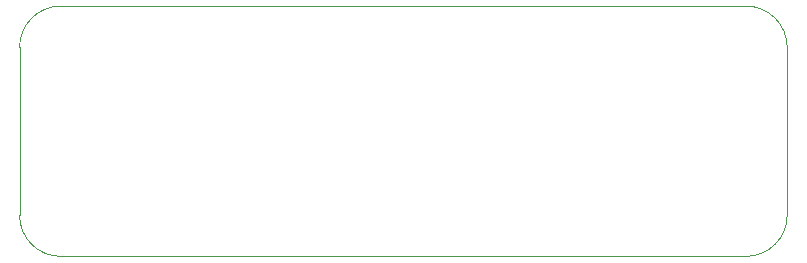
<source format=gm1>
G04 #@! TF.GenerationSoftware,KiCad,Pcbnew,(6.0.4)*
G04 #@! TF.CreationDate,2022-09-08T16:08:29-05:00*
G04 #@! TF.ProjectId,daisy_chain_board,64616973-795f-4636-9861-696e5f626f61,rev?*
G04 #@! TF.SameCoordinates,Original*
G04 #@! TF.FileFunction,Profile,NP*
%FSLAX46Y46*%
G04 Gerber Fmt 4.6, Leading zero omitted, Abs format (unit mm)*
G04 Created by KiCad (PCBNEW (6.0.4)) date 2022-09-08 16:08:29*
%MOMM*%
%LPD*%
G01*
G04 APERTURE LIST*
G04 #@! TA.AperFunction,Profile*
%ADD10C,0.050000*%
G04 #@! TD*
G04 APERTURE END LIST*
D10*
X178000000Y-98496000D02*
X236000000Y-98496000D01*
X239500000Y-80798000D02*
G75*
G03*
X236000000Y-77298000I-3500000J0D01*
G01*
X178000000Y-77298000D02*
X236000000Y-77298000D01*
X178000000Y-77298000D02*
G75*
G03*
X174500000Y-80798000I0J-3500000D01*
G01*
X174500000Y-94996000D02*
G75*
G03*
X178000000Y-98496000I3500000J0D01*
G01*
X236000000Y-98496000D02*
G75*
G03*
X239500000Y-94996000I0J3500000D01*
G01*
X174500000Y-80798000D02*
X174500000Y-94996000D01*
X239500000Y-80798000D02*
X239500000Y-94996000D01*
M02*

</source>
